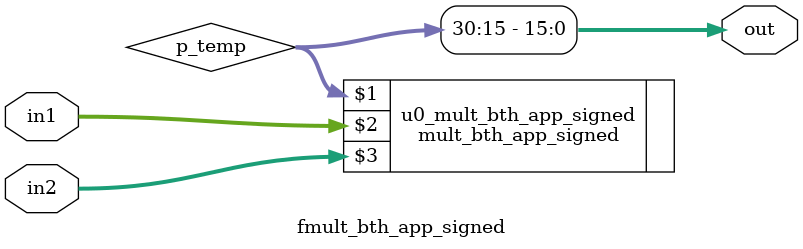
<source format=v>

module fmult_bth_app_signed( out, in1, in2 );
  parameter wl_out = 16, wf_out = 15, wl_in = 16, wf_in1 = 15, wf_in2 = 15,
            vbl = 0;
  localparam point = wf_in1+wf_in2, wi_out = wl_out-wf_out;
  
  output signed [wl_out-1:0] out;
  input signed [wl_in-1:0] in1;
  input signed [wl_in-1:0] in2;
  wire signed [wl_in*2-1:0] p_temp;
  
  mult_bth_app_signed #(wl_in, vbl) u0_mult_bth_app_signed( p_temp, in1, in2 );
  assign out = p_temp[point+wi_out-1:point-wf_out];
endmodule

</source>
